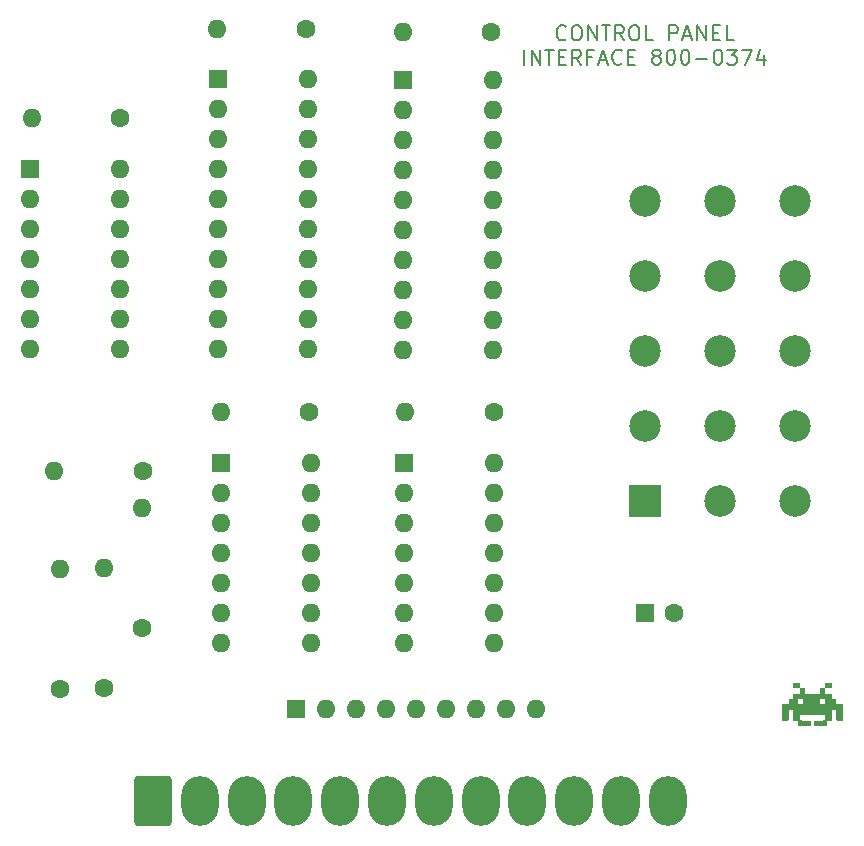
<source format=gbr>
%TF.GenerationSoftware,KiCad,Pcbnew,(6.0.5-0)*%
%TF.CreationDate,2023-12-07T08:40:20-07:00*%
%TF.ProjectId,sega-800-0374,73656761-2d38-4303-902d-303337342e6b,rev?*%
%TF.SameCoordinates,Original*%
%TF.FileFunction,Soldermask,Top*%
%TF.FilePolarity,Negative*%
%FSLAX46Y46*%
G04 Gerber Fmt 4.6, Leading zero omitted, Abs format (unit mm)*
G04 Created by KiCad (PCBNEW (6.0.5-0)) date 2023-12-07 08:40:20*
%MOMM*%
%LPD*%
G01*
G04 APERTURE LIST*
G04 Aperture macros list*
%AMRoundRect*
0 Rectangle with rounded corners*
0 $1 Rounding radius*
0 $2 $3 $4 $5 $6 $7 $8 $9 X,Y pos of 4 corners*
0 Add a 4 corners polygon primitive as box body*
4,1,4,$2,$3,$4,$5,$6,$7,$8,$9,$2,$3,0*
0 Add four circle primitives for the rounded corners*
1,1,$1+$1,$2,$3*
1,1,$1+$1,$4,$5*
1,1,$1+$1,$6,$7*
1,1,$1+$1,$8,$9*
0 Add four rect primitives between the rounded corners*
20,1,$1+$1,$2,$3,$4,$5,0*
20,1,$1+$1,$4,$5,$6,$7,0*
20,1,$1+$1,$6,$7,$8,$9,0*
20,1,$1+$1,$8,$9,$2,$3,0*%
G04 Aperture macros list end*
%ADD10C,0.203200*%
%ADD11O,1.600000X1.600000*%
%ADD12R,1.600000X1.600000*%
%ADD13C,1.600000*%
%ADD14C,2.670000*%
%ADD15R,2.670000X2.670000*%
%ADD16O,3.160000X4.200000*%
%ADD17O,3.159999X4.199999*%
%ADD18RoundRect,0.250000X-1.330000X-1.850000X1.330000X-1.850000X1.330000X1.850000X-1.330000X1.850000X0*%
G04 APERTURE END LIST*
D10*
X121855309Y-65725221D02*
X121794833Y-65785697D01*
X121613404Y-65846173D01*
X121492452Y-65846173D01*
X121311023Y-65785697D01*
X121190071Y-65664745D01*
X121129595Y-65543792D01*
X121069119Y-65301888D01*
X121069119Y-65120459D01*
X121129595Y-64878554D01*
X121190071Y-64757602D01*
X121311023Y-64636650D01*
X121492452Y-64576173D01*
X121613404Y-64576173D01*
X121794833Y-64636650D01*
X121855309Y-64697126D01*
X122641500Y-64576173D02*
X122883404Y-64576173D01*
X123004357Y-64636650D01*
X123125309Y-64757602D01*
X123185785Y-64999507D01*
X123185785Y-65422840D01*
X123125309Y-65664745D01*
X123004357Y-65785697D01*
X122883404Y-65846173D01*
X122641500Y-65846173D01*
X122520547Y-65785697D01*
X122399595Y-65664745D01*
X122339119Y-65422840D01*
X122339119Y-64999507D01*
X122399595Y-64757602D01*
X122520547Y-64636650D01*
X122641500Y-64576173D01*
X123730071Y-65846173D02*
X123730071Y-64576173D01*
X124455785Y-65846173D01*
X124455785Y-64576173D01*
X124879119Y-64576173D02*
X125604833Y-64576173D01*
X125241976Y-65846173D02*
X125241976Y-64576173D01*
X126753880Y-65846173D02*
X126330547Y-65241411D01*
X126028166Y-65846173D02*
X126028166Y-64576173D01*
X126511976Y-64576173D01*
X126632928Y-64636650D01*
X126693404Y-64697126D01*
X126753880Y-64818078D01*
X126753880Y-64999507D01*
X126693404Y-65120459D01*
X126632928Y-65180935D01*
X126511976Y-65241411D01*
X126028166Y-65241411D01*
X127540071Y-64576173D02*
X127781976Y-64576173D01*
X127902928Y-64636650D01*
X128023880Y-64757602D01*
X128084357Y-64999507D01*
X128084357Y-65422840D01*
X128023880Y-65664745D01*
X127902928Y-65785697D01*
X127781976Y-65846173D01*
X127540071Y-65846173D01*
X127419119Y-65785697D01*
X127298166Y-65664745D01*
X127237690Y-65422840D01*
X127237690Y-64999507D01*
X127298166Y-64757602D01*
X127419119Y-64636650D01*
X127540071Y-64576173D01*
X129233404Y-65846173D02*
X128628642Y-65846173D01*
X128628642Y-64576173D01*
X130624357Y-65846173D02*
X130624357Y-64576173D01*
X131108166Y-64576173D01*
X131229119Y-64636650D01*
X131289595Y-64697126D01*
X131350071Y-64818078D01*
X131350071Y-64999507D01*
X131289595Y-65120459D01*
X131229119Y-65180935D01*
X131108166Y-65241411D01*
X130624357Y-65241411D01*
X131833880Y-65483316D02*
X132438642Y-65483316D01*
X131712928Y-65846173D02*
X132136261Y-64576173D01*
X132559595Y-65846173D01*
X132982928Y-65846173D02*
X132982928Y-64576173D01*
X133708642Y-65846173D01*
X133708642Y-64576173D01*
X134313404Y-65180935D02*
X134736738Y-65180935D01*
X134918166Y-65846173D02*
X134313404Y-65846173D01*
X134313404Y-64576173D01*
X134918166Y-64576173D01*
X136067214Y-65846173D02*
X135462452Y-65846173D01*
X135462452Y-64576173D01*
X118347690Y-67890873D02*
X118347690Y-66620873D01*
X118952452Y-67890873D02*
X118952452Y-66620873D01*
X119678166Y-67890873D01*
X119678166Y-66620873D01*
X120101500Y-66620873D02*
X120827214Y-66620873D01*
X120464357Y-67890873D02*
X120464357Y-66620873D01*
X121250547Y-67225635D02*
X121673880Y-67225635D01*
X121855309Y-67890873D02*
X121250547Y-67890873D01*
X121250547Y-66620873D01*
X121855309Y-66620873D01*
X123125309Y-67890873D02*
X122701976Y-67286111D01*
X122399595Y-67890873D02*
X122399595Y-66620873D01*
X122883404Y-66620873D01*
X123004357Y-66681350D01*
X123064833Y-66741826D01*
X123125309Y-66862778D01*
X123125309Y-67044207D01*
X123064833Y-67165159D01*
X123004357Y-67225635D01*
X122883404Y-67286111D01*
X122399595Y-67286111D01*
X124092928Y-67225635D02*
X123669595Y-67225635D01*
X123669595Y-67890873D02*
X123669595Y-66620873D01*
X124274357Y-66620873D01*
X124697690Y-67528016D02*
X125302452Y-67528016D01*
X124576738Y-67890873D02*
X125000071Y-66620873D01*
X125423404Y-67890873D01*
X126572452Y-67769921D02*
X126511976Y-67830397D01*
X126330547Y-67890873D01*
X126209595Y-67890873D01*
X126028166Y-67830397D01*
X125907214Y-67709445D01*
X125846738Y-67588492D01*
X125786261Y-67346588D01*
X125786261Y-67165159D01*
X125846738Y-66923254D01*
X125907214Y-66802302D01*
X126028166Y-66681350D01*
X126209595Y-66620873D01*
X126330547Y-66620873D01*
X126511976Y-66681350D01*
X126572452Y-66741826D01*
X127116738Y-67225635D02*
X127540071Y-67225635D01*
X127721500Y-67890873D02*
X127116738Y-67890873D01*
X127116738Y-66620873D01*
X127721500Y-66620873D01*
X129414833Y-67165159D02*
X129293880Y-67104683D01*
X129233404Y-67044207D01*
X129172928Y-66923254D01*
X129172928Y-66862778D01*
X129233404Y-66741826D01*
X129293880Y-66681350D01*
X129414833Y-66620873D01*
X129656738Y-66620873D01*
X129777690Y-66681350D01*
X129838166Y-66741826D01*
X129898642Y-66862778D01*
X129898642Y-66923254D01*
X129838166Y-67044207D01*
X129777690Y-67104683D01*
X129656738Y-67165159D01*
X129414833Y-67165159D01*
X129293880Y-67225635D01*
X129233404Y-67286111D01*
X129172928Y-67407064D01*
X129172928Y-67648969D01*
X129233404Y-67769921D01*
X129293880Y-67830397D01*
X129414833Y-67890873D01*
X129656738Y-67890873D01*
X129777690Y-67830397D01*
X129838166Y-67769921D01*
X129898642Y-67648969D01*
X129898642Y-67407064D01*
X129838166Y-67286111D01*
X129777690Y-67225635D01*
X129656738Y-67165159D01*
X130684833Y-66620873D02*
X130805785Y-66620873D01*
X130926738Y-66681350D01*
X130987214Y-66741826D01*
X131047690Y-66862778D01*
X131108166Y-67104683D01*
X131108166Y-67407064D01*
X131047690Y-67648969D01*
X130987214Y-67769921D01*
X130926738Y-67830397D01*
X130805785Y-67890873D01*
X130684833Y-67890873D01*
X130563880Y-67830397D01*
X130503404Y-67769921D01*
X130442928Y-67648969D01*
X130382452Y-67407064D01*
X130382452Y-67104683D01*
X130442928Y-66862778D01*
X130503404Y-66741826D01*
X130563880Y-66681350D01*
X130684833Y-66620873D01*
X131894357Y-66620873D02*
X132015309Y-66620873D01*
X132136261Y-66681350D01*
X132196738Y-66741826D01*
X132257214Y-66862778D01*
X132317690Y-67104683D01*
X132317690Y-67407064D01*
X132257214Y-67648969D01*
X132196738Y-67769921D01*
X132136261Y-67830397D01*
X132015309Y-67890873D01*
X131894357Y-67890873D01*
X131773404Y-67830397D01*
X131712928Y-67769921D01*
X131652452Y-67648969D01*
X131591976Y-67407064D01*
X131591976Y-67104683D01*
X131652452Y-66862778D01*
X131712928Y-66741826D01*
X131773404Y-66681350D01*
X131894357Y-66620873D01*
X132861976Y-67407064D02*
X133829595Y-67407064D01*
X134676261Y-66620873D02*
X134797214Y-66620873D01*
X134918166Y-66681350D01*
X134978642Y-66741826D01*
X135039119Y-66862778D01*
X135099595Y-67104683D01*
X135099595Y-67407064D01*
X135039119Y-67648969D01*
X134978642Y-67769921D01*
X134918166Y-67830397D01*
X134797214Y-67890873D01*
X134676261Y-67890873D01*
X134555309Y-67830397D01*
X134494833Y-67769921D01*
X134434357Y-67648969D01*
X134373880Y-67407064D01*
X134373880Y-67104683D01*
X134434357Y-66862778D01*
X134494833Y-66741826D01*
X134555309Y-66681350D01*
X134676261Y-66620873D01*
X135522928Y-66620873D02*
X136309119Y-66620873D01*
X135885785Y-67104683D01*
X136067214Y-67104683D01*
X136188166Y-67165159D01*
X136248642Y-67225635D01*
X136309119Y-67346588D01*
X136309119Y-67648969D01*
X136248642Y-67769921D01*
X136188166Y-67830397D01*
X136067214Y-67890873D01*
X135704357Y-67890873D01*
X135583404Y-67830397D01*
X135522928Y-67769921D01*
X136732452Y-66620873D02*
X137579119Y-66620873D01*
X137034833Y-67890873D01*
X138607214Y-67044207D02*
X138607214Y-67890873D01*
X138304833Y-66560397D02*
X138002452Y-67467540D01*
X138788642Y-67467540D01*
%TO.C,G\u002A\u002A\u002A*%
G36*
X141668828Y-120691918D02*
G01*
X141065017Y-120691918D01*
X141065017Y-120237811D01*
X141668828Y-120237811D01*
X141668828Y-120691918D01*
G37*
G36*
X144398455Y-120691918D02*
G01*
X143794643Y-120691918D01*
X143794643Y-120237811D01*
X144398455Y-120237811D01*
X144398455Y-120691918D01*
G37*
G36*
X140761813Y-121828391D02*
G01*
X140763111Y-121602625D01*
X141065017Y-121599983D01*
X141065017Y-121146024D01*
X141668828Y-121146024D01*
X141668828Y-120691918D01*
X142122832Y-120691918D01*
X142124131Y-120917723D01*
X142125429Y-121143529D01*
X143338042Y-121143529D01*
X143339341Y-120917723D01*
X143340639Y-120691918D01*
X143794643Y-120691918D01*
X143794643Y-121146024D01*
X144398455Y-121146024D01*
X144398455Y-121599983D01*
X144700361Y-121602625D01*
X144701659Y-121828391D01*
X144702957Y-122054158D01*
X145003565Y-122055444D01*
X145304172Y-122056731D01*
X145305437Y-122739177D01*
X145306703Y-123421622D01*
X145006027Y-123420336D01*
X144705351Y-123419049D01*
X144700361Y-122510837D01*
X144560636Y-122509437D01*
X144523754Y-122509167D01*
X144489715Y-122509107D01*
X144459920Y-122509243D01*
X144435770Y-122509564D01*
X144418666Y-122510058D01*
X144410010Y-122510711D01*
X144409683Y-122510780D01*
X144398455Y-122513522D01*
X144398455Y-123421544D01*
X143944450Y-123421544D01*
X143943152Y-123647350D01*
X143941854Y-123873155D01*
X142883936Y-123873155D01*
X142882638Y-123647376D01*
X142881339Y-123421597D01*
X143336744Y-123420323D01*
X143792148Y-123419049D01*
X143793447Y-123193244D01*
X143794745Y-122967438D01*
X141668726Y-122967438D01*
X141670025Y-123193244D01*
X141671323Y-123419049D01*
X142126728Y-123420323D01*
X142582132Y-123421597D01*
X142580834Y-123647376D01*
X142579535Y-123873155D01*
X142052679Y-123874426D01*
X141981000Y-123874567D01*
X141912135Y-123874642D01*
X141846739Y-123874654D01*
X141785467Y-123874604D01*
X141728976Y-123874496D01*
X141677920Y-123874332D01*
X141632957Y-123874114D01*
X141594740Y-123873846D01*
X141563927Y-123873529D01*
X141541173Y-123873166D01*
X141527134Y-123872760D01*
X141522472Y-123872346D01*
X141521780Y-123866814D01*
X141521136Y-123852320D01*
X141520555Y-123829880D01*
X141520053Y-123800514D01*
X141519644Y-123765239D01*
X141519343Y-123725072D01*
X141519166Y-123681031D01*
X141519123Y-123645271D01*
X141519123Y-123421544D01*
X141065017Y-123421544D01*
X141065017Y-122513522D01*
X141053789Y-122510780D01*
X141045992Y-122510112D01*
X141029618Y-122509603D01*
X141006066Y-122509266D01*
X140976739Y-122509111D01*
X140943037Y-122509153D01*
X140906362Y-122509403D01*
X140902836Y-122509437D01*
X140763111Y-122510837D01*
X140758121Y-123419049D01*
X140457445Y-123420336D01*
X140156769Y-123421622D01*
X140158034Y-122739177D01*
X140159300Y-122056731D01*
X140459907Y-122055444D01*
X140742281Y-122054236D01*
X141519021Y-122054236D01*
X141973229Y-122054236D01*
X143340436Y-122054236D01*
X143794643Y-122054236D01*
X143794643Y-121605310D01*
X143783416Y-121602581D01*
X143776162Y-121602035D01*
X143760019Y-121601589D01*
X143736078Y-121601249D01*
X143705431Y-121601023D01*
X143669168Y-121600917D01*
X143628380Y-121600936D01*
X143584159Y-121601089D01*
X143557610Y-121601239D01*
X143343032Y-121602625D01*
X143341734Y-121828430D01*
X143340436Y-122054236D01*
X141973229Y-122054236D01*
X141973229Y-121600028D01*
X141747423Y-121601326D01*
X141521618Y-121602625D01*
X141520319Y-121828430D01*
X141519021Y-122054236D01*
X140742281Y-122054236D01*
X140760514Y-122054158D01*
X140761813Y-121828391D01*
G37*
%TD*%
D11*
%TO.C,U5*%
X115811500Y-101589000D03*
X115811500Y-104129000D03*
X115811500Y-106669000D03*
X115811500Y-109209000D03*
X115811500Y-111749000D03*
X115811500Y-114289000D03*
X115811500Y-116829000D03*
X108191500Y-116829000D03*
X108191500Y-114289000D03*
X108191500Y-111749000D03*
X108191500Y-109209000D03*
X108191500Y-106669000D03*
X108191500Y-104129000D03*
D12*
X108191500Y-101589000D03*
%TD*%
D11*
%TO.C,C25*%
X108241501Y-97314004D03*
D13*
X115741501Y-97314004D03*
%TD*%
D11*
%TO.C,U3*%
X115711500Y-69214000D03*
X115711500Y-71754000D03*
X115711500Y-74294000D03*
X115711500Y-76834000D03*
X115711500Y-79374000D03*
X115711500Y-81914000D03*
X115711500Y-84454000D03*
X115711500Y-86994000D03*
X115711500Y-89534000D03*
X115711500Y-92074000D03*
X108091500Y-92074000D03*
X108091500Y-89534000D03*
X108091500Y-86994000D03*
X108091500Y-84454000D03*
X108091500Y-81914000D03*
X108091500Y-79374000D03*
X108091500Y-76834000D03*
X108091500Y-74294000D03*
X108091500Y-71754000D03*
D12*
X108091500Y-69214000D03*
%TD*%
D11*
%TO.C,C22*%
X92341507Y-64913993D03*
D13*
X99841507Y-64913993D03*
%TD*%
D11*
%TO.C,C24*%
X92641507Y-97314004D03*
D13*
X100141507Y-97314004D03*
%TD*%
D11*
%TO.C,C4*%
X78541509Y-102313994D03*
D13*
X86041509Y-102313994D03*
%TD*%
D14*
%TO.C,P10*%
X141241501Y-79413989D03*
X134891501Y-79413989D03*
X128541501Y-79413989D03*
X141241501Y-85763989D03*
X134891501Y-85763989D03*
X128541501Y-85763989D03*
X141241501Y-92113989D03*
X134891501Y-92113989D03*
X128541501Y-92113989D03*
X141241501Y-98463989D03*
X134891501Y-98463989D03*
X128541501Y-98463989D03*
X141241501Y-104813989D03*
X134891501Y-104813989D03*
D15*
X128541501Y-104813989D03*
%TD*%
D12*
%TO.C,RN1*%
X98971500Y-122414000D03*
D11*
X101511506Y-122414005D03*
X104051506Y-122414005D03*
X106591506Y-122414005D03*
X109131506Y-122414005D03*
X111671500Y-122414000D03*
X114211500Y-122414000D03*
X116751500Y-122414000D03*
X119291500Y-122414000D03*
%TD*%
D12*
%TO.C,U1*%
X76491500Y-76689000D03*
D11*
X76491500Y-79229000D03*
X76491500Y-81769000D03*
X76491500Y-84309000D03*
X76491500Y-86849000D03*
X76491500Y-89389000D03*
X76491500Y-91929000D03*
X84111500Y-91929000D03*
X84111500Y-89389000D03*
X84111500Y-86849000D03*
X84111500Y-84309000D03*
X84111500Y-81769000D03*
X84111500Y-79229000D03*
X84111500Y-76689000D03*
%TD*%
%TO.C,C23*%
X108041501Y-65113992D03*
D13*
X115541501Y-65113992D03*
%TD*%
D11*
%TO.C,R1*%
X85991497Y-105434003D03*
D13*
X85991497Y-115594003D03*
%TD*%
D11*
%TO.C,R2*%
X78991511Y-110554008D03*
D13*
X78991511Y-120714008D03*
%TD*%
%TO.C,C1*%
X84141500Y-72414000D03*
D11*
X76641500Y-72414000D03*
%TD*%
D12*
%TO.C,U2*%
X92391500Y-69089000D03*
D11*
X92391500Y-71629000D03*
X92391500Y-74169000D03*
X92391500Y-76709000D03*
X92391500Y-79249000D03*
X92391500Y-81789000D03*
X92391500Y-84329000D03*
X92391500Y-86869000D03*
X92391500Y-89409000D03*
X92391500Y-91949000D03*
X100011500Y-91949000D03*
X100011500Y-89409000D03*
X100011500Y-86869000D03*
X100011500Y-84329000D03*
X100011500Y-81789000D03*
X100011500Y-79249000D03*
X100011500Y-76709000D03*
X100011500Y-74169000D03*
X100011500Y-71629000D03*
X100011500Y-69089000D03*
%TD*%
D13*
%TO.C,C3*%
X131038849Y-114313995D03*
D12*
X128538849Y-114313995D03*
%TD*%
D16*
%TO.C,P30*%
X130471510Y-130239008D03*
X126511510Y-130239008D03*
X122551510Y-130239008D03*
X118591510Y-130239008D03*
D17*
X114631521Y-130239008D03*
X110671508Y-130239008D03*
X106711521Y-130239008D03*
X102751509Y-130239008D03*
D16*
X98791510Y-130239008D03*
X94831510Y-130239008D03*
X90871510Y-130239008D03*
D18*
X86911510Y-130239008D03*
%TD*%
D11*
%TO.C,U4*%
X100311500Y-101614000D03*
X100311500Y-104154000D03*
X100311500Y-106694000D03*
X100311500Y-109234000D03*
X100311500Y-111774000D03*
X100311500Y-114314000D03*
X100311500Y-116854000D03*
X92691500Y-116854000D03*
X92691500Y-114314000D03*
X92691500Y-111774000D03*
X92691500Y-109234000D03*
X92691500Y-106694000D03*
X92691500Y-104154000D03*
D12*
X92691509Y-101613995D03*
%TD*%
D11*
%TO.C,R3*%
X82791503Y-110533993D03*
D13*
X82791503Y-120693993D03*
%TD*%
M02*

</source>
